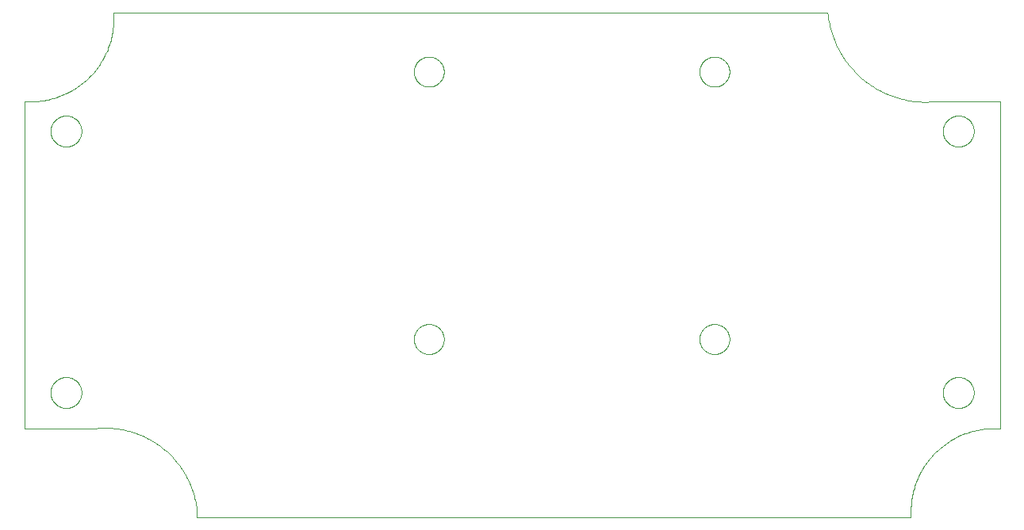
<source format=gko>
G75*
%MOIN*%
%OFA0B0*%
%FSLAX25Y25*%
%IPPOS*%
%LPD*%
%AMOC8*
5,1,8,0,0,1.08239X$1,22.5*
%
%ADD10C,0.00000*%
D10*
X0031787Y0071250D02*
X0032739Y0071330D01*
X0033693Y0071387D01*
X0034648Y0071421D01*
X0035603Y0071431D01*
X0036559Y0071418D01*
X0037513Y0071381D01*
X0038467Y0071321D01*
X0039419Y0071237D01*
X0040368Y0071130D01*
X0041315Y0071000D01*
X0042258Y0070846D01*
X0043197Y0070670D01*
X0044131Y0070470D01*
X0045061Y0070248D01*
X0045984Y0070003D01*
X0046901Y0069735D01*
X0047812Y0069445D01*
X0048715Y0069133D01*
X0049610Y0068798D01*
X0050496Y0068442D01*
X0051374Y0068064D01*
X0052242Y0067665D01*
X0053100Y0067244D01*
X0053947Y0066803D01*
X0054784Y0066341D01*
X0055608Y0065858D01*
X0056421Y0065356D01*
X0057221Y0064833D01*
X0058008Y0064291D01*
X0058781Y0063730D01*
X0059541Y0063150D01*
X0060286Y0062552D01*
X0061016Y0061936D01*
X0061730Y0061301D01*
X0062429Y0060650D01*
X0063112Y0059982D01*
X0063778Y0059297D01*
X0064427Y0058595D01*
X0065059Y0057878D01*
X0065673Y0057146D01*
X0066269Y0056399D01*
X0066846Y0055638D01*
X0067404Y0054863D01*
X0067944Y0054074D01*
X0068463Y0053272D01*
X0068963Y0052458D01*
X0069443Y0051631D01*
X0069902Y0050794D01*
X0070341Y0049945D01*
X0070758Y0049085D01*
X0071155Y0048216D01*
X0071530Y0047337D01*
X0071883Y0046449D01*
X0072215Y0045553D01*
X0072524Y0044649D01*
X0072811Y0043738D01*
X0073075Y0042820D01*
X0073317Y0041895D01*
X0073537Y0040965D01*
X0073733Y0040030D01*
X0073906Y0039090D01*
X0074056Y0038147D01*
X0074183Y0037200D01*
X0074287Y0036250D01*
X0074287Y0033750D01*
X0374287Y0033750D01*
X0374287Y0036250D01*
X0374297Y0037096D01*
X0374328Y0037941D01*
X0374379Y0038785D01*
X0374450Y0039628D01*
X0374542Y0040469D01*
X0374654Y0041307D01*
X0374787Y0042142D01*
X0374939Y0042974D01*
X0375112Y0043802D01*
X0375304Y0044626D01*
X0375516Y0045445D01*
X0375748Y0046258D01*
X0376000Y0047066D01*
X0376271Y0047867D01*
X0376561Y0048661D01*
X0376871Y0049448D01*
X0377199Y0050228D01*
X0377546Y0050999D01*
X0377912Y0051762D01*
X0378296Y0052515D01*
X0378698Y0053259D01*
X0379118Y0053994D01*
X0379556Y0054717D01*
X0380011Y0055430D01*
X0380483Y0056132D01*
X0380971Y0056822D01*
X0381477Y0057501D01*
X0381998Y0058166D01*
X0382536Y0058819D01*
X0383089Y0059459D01*
X0383658Y0060086D01*
X0384241Y0060698D01*
X0384839Y0061296D01*
X0385451Y0061879D01*
X0386078Y0062448D01*
X0386718Y0063001D01*
X0387371Y0063539D01*
X0388036Y0064060D01*
X0388715Y0064566D01*
X0389405Y0065054D01*
X0390107Y0065526D01*
X0390820Y0065981D01*
X0391543Y0066419D01*
X0392278Y0066839D01*
X0393022Y0067241D01*
X0393775Y0067625D01*
X0394538Y0067991D01*
X0395309Y0068338D01*
X0396089Y0068666D01*
X0396876Y0068976D01*
X0397670Y0069266D01*
X0398471Y0069537D01*
X0399279Y0069789D01*
X0400092Y0070021D01*
X0400911Y0070233D01*
X0401735Y0070425D01*
X0402563Y0070598D01*
X0403395Y0070750D01*
X0404230Y0070883D01*
X0405068Y0070995D01*
X0405909Y0071087D01*
X0406752Y0071158D01*
X0407596Y0071209D01*
X0408441Y0071240D01*
X0409287Y0071250D01*
X0411787Y0071250D01*
X0411787Y0208750D01*
X0384287Y0208750D01*
X0387791Y0196250D02*
X0387793Y0196411D01*
X0387799Y0196571D01*
X0387809Y0196732D01*
X0387823Y0196892D01*
X0387841Y0197051D01*
X0387862Y0197211D01*
X0387888Y0197369D01*
X0387918Y0197527D01*
X0387951Y0197684D01*
X0387989Y0197841D01*
X0388030Y0197996D01*
X0388075Y0198150D01*
X0388124Y0198303D01*
X0388177Y0198455D01*
X0388233Y0198605D01*
X0388293Y0198754D01*
X0388357Y0198902D01*
X0388424Y0199048D01*
X0388495Y0199192D01*
X0388570Y0199334D01*
X0388648Y0199475D01*
X0388729Y0199613D01*
X0388814Y0199750D01*
X0388903Y0199884D01*
X0388994Y0200016D01*
X0389089Y0200146D01*
X0389187Y0200273D01*
X0389288Y0200398D01*
X0389392Y0200521D01*
X0389499Y0200640D01*
X0389609Y0200757D01*
X0389722Y0200872D01*
X0389838Y0200983D01*
X0389956Y0201092D01*
X0390077Y0201197D01*
X0390201Y0201300D01*
X0390327Y0201400D01*
X0390456Y0201496D01*
X0390587Y0201589D01*
X0390720Y0201679D01*
X0390855Y0201766D01*
X0390993Y0201849D01*
X0391132Y0201928D01*
X0391274Y0202005D01*
X0391417Y0202078D01*
X0391562Y0202147D01*
X0391709Y0202212D01*
X0391857Y0202274D01*
X0392007Y0202333D01*
X0392158Y0202387D01*
X0392310Y0202438D01*
X0392464Y0202485D01*
X0392619Y0202528D01*
X0392774Y0202567D01*
X0392931Y0202603D01*
X0393089Y0202635D01*
X0393247Y0202662D01*
X0393406Y0202686D01*
X0393565Y0202706D01*
X0393725Y0202722D01*
X0393886Y0202734D01*
X0394046Y0202742D01*
X0394207Y0202746D01*
X0394367Y0202746D01*
X0394528Y0202742D01*
X0394688Y0202734D01*
X0394849Y0202722D01*
X0395009Y0202706D01*
X0395168Y0202686D01*
X0395327Y0202662D01*
X0395485Y0202635D01*
X0395643Y0202603D01*
X0395800Y0202567D01*
X0395955Y0202528D01*
X0396110Y0202485D01*
X0396264Y0202438D01*
X0396416Y0202387D01*
X0396567Y0202333D01*
X0396717Y0202274D01*
X0396865Y0202212D01*
X0397012Y0202147D01*
X0397157Y0202078D01*
X0397300Y0202005D01*
X0397442Y0201928D01*
X0397581Y0201849D01*
X0397719Y0201766D01*
X0397854Y0201679D01*
X0397987Y0201589D01*
X0398118Y0201496D01*
X0398247Y0201400D01*
X0398373Y0201300D01*
X0398497Y0201197D01*
X0398618Y0201092D01*
X0398736Y0200983D01*
X0398852Y0200872D01*
X0398965Y0200757D01*
X0399075Y0200640D01*
X0399182Y0200521D01*
X0399286Y0200398D01*
X0399387Y0200273D01*
X0399485Y0200146D01*
X0399580Y0200016D01*
X0399671Y0199884D01*
X0399760Y0199750D01*
X0399845Y0199613D01*
X0399926Y0199475D01*
X0400004Y0199334D01*
X0400079Y0199192D01*
X0400150Y0199048D01*
X0400217Y0198902D01*
X0400281Y0198754D01*
X0400341Y0198605D01*
X0400397Y0198455D01*
X0400450Y0198303D01*
X0400499Y0198150D01*
X0400544Y0197996D01*
X0400585Y0197841D01*
X0400623Y0197684D01*
X0400656Y0197527D01*
X0400686Y0197369D01*
X0400712Y0197211D01*
X0400733Y0197051D01*
X0400751Y0196892D01*
X0400765Y0196732D01*
X0400775Y0196571D01*
X0400781Y0196411D01*
X0400783Y0196250D01*
X0400781Y0196089D01*
X0400775Y0195929D01*
X0400765Y0195768D01*
X0400751Y0195608D01*
X0400733Y0195449D01*
X0400712Y0195289D01*
X0400686Y0195131D01*
X0400656Y0194973D01*
X0400623Y0194816D01*
X0400585Y0194659D01*
X0400544Y0194504D01*
X0400499Y0194350D01*
X0400450Y0194197D01*
X0400397Y0194045D01*
X0400341Y0193895D01*
X0400281Y0193746D01*
X0400217Y0193598D01*
X0400150Y0193452D01*
X0400079Y0193308D01*
X0400004Y0193166D01*
X0399926Y0193025D01*
X0399845Y0192887D01*
X0399760Y0192750D01*
X0399671Y0192616D01*
X0399580Y0192484D01*
X0399485Y0192354D01*
X0399387Y0192227D01*
X0399286Y0192102D01*
X0399182Y0191979D01*
X0399075Y0191860D01*
X0398965Y0191743D01*
X0398852Y0191628D01*
X0398736Y0191517D01*
X0398618Y0191408D01*
X0398497Y0191303D01*
X0398373Y0191200D01*
X0398247Y0191100D01*
X0398118Y0191004D01*
X0397987Y0190911D01*
X0397854Y0190821D01*
X0397719Y0190734D01*
X0397581Y0190651D01*
X0397442Y0190572D01*
X0397300Y0190495D01*
X0397157Y0190422D01*
X0397012Y0190353D01*
X0396865Y0190288D01*
X0396717Y0190226D01*
X0396567Y0190167D01*
X0396416Y0190113D01*
X0396264Y0190062D01*
X0396110Y0190015D01*
X0395955Y0189972D01*
X0395800Y0189933D01*
X0395643Y0189897D01*
X0395485Y0189865D01*
X0395327Y0189838D01*
X0395168Y0189814D01*
X0395009Y0189794D01*
X0394849Y0189778D01*
X0394688Y0189766D01*
X0394528Y0189758D01*
X0394367Y0189754D01*
X0394207Y0189754D01*
X0394046Y0189758D01*
X0393886Y0189766D01*
X0393725Y0189778D01*
X0393565Y0189794D01*
X0393406Y0189814D01*
X0393247Y0189838D01*
X0393089Y0189865D01*
X0392931Y0189897D01*
X0392774Y0189933D01*
X0392619Y0189972D01*
X0392464Y0190015D01*
X0392310Y0190062D01*
X0392158Y0190113D01*
X0392007Y0190167D01*
X0391857Y0190226D01*
X0391709Y0190288D01*
X0391562Y0190353D01*
X0391417Y0190422D01*
X0391274Y0190495D01*
X0391132Y0190572D01*
X0390993Y0190651D01*
X0390855Y0190734D01*
X0390720Y0190821D01*
X0390587Y0190911D01*
X0390456Y0191004D01*
X0390327Y0191100D01*
X0390201Y0191200D01*
X0390077Y0191303D01*
X0389956Y0191408D01*
X0389838Y0191517D01*
X0389722Y0191628D01*
X0389609Y0191743D01*
X0389499Y0191860D01*
X0389392Y0191979D01*
X0389288Y0192102D01*
X0389187Y0192227D01*
X0389089Y0192354D01*
X0388994Y0192484D01*
X0388903Y0192616D01*
X0388814Y0192750D01*
X0388729Y0192887D01*
X0388648Y0193025D01*
X0388570Y0193166D01*
X0388495Y0193308D01*
X0388424Y0193452D01*
X0388357Y0193598D01*
X0388293Y0193746D01*
X0388233Y0193895D01*
X0388177Y0194045D01*
X0388124Y0194197D01*
X0388075Y0194350D01*
X0388030Y0194504D01*
X0387989Y0194659D01*
X0387951Y0194816D01*
X0387918Y0194973D01*
X0387888Y0195131D01*
X0387862Y0195289D01*
X0387841Y0195449D01*
X0387823Y0195608D01*
X0387809Y0195768D01*
X0387799Y0195929D01*
X0387793Y0196089D01*
X0387791Y0196250D01*
X0384287Y0208750D02*
X0383289Y0208672D01*
X0382290Y0208617D01*
X0381289Y0208587D01*
X0380288Y0208581D01*
X0379288Y0208599D01*
X0378287Y0208641D01*
X0377289Y0208708D01*
X0376292Y0208798D01*
X0375298Y0208913D01*
X0374306Y0209051D01*
X0373319Y0209214D01*
X0372335Y0209400D01*
X0371357Y0209610D01*
X0370383Y0209844D01*
X0369416Y0210101D01*
X0368455Y0210381D01*
X0367501Y0210685D01*
X0366555Y0211011D01*
X0365617Y0211361D01*
X0364688Y0211732D01*
X0363768Y0212126D01*
X0362857Y0212543D01*
X0361957Y0212981D01*
X0361068Y0213441D01*
X0360191Y0213922D01*
X0359325Y0214424D01*
X0358471Y0214947D01*
X0357631Y0215490D01*
X0356804Y0216054D01*
X0355990Y0216637D01*
X0355191Y0217240D01*
X0354407Y0217862D01*
X0353638Y0218503D01*
X0352885Y0219162D01*
X0352148Y0219839D01*
X0351427Y0220534D01*
X0350724Y0221246D01*
X0350038Y0221975D01*
X0349369Y0222720D01*
X0348719Y0223481D01*
X0348088Y0224258D01*
X0347475Y0225049D01*
X0346882Y0225856D01*
X0346308Y0226676D01*
X0345755Y0227510D01*
X0345221Y0228357D01*
X0344709Y0229216D01*
X0344217Y0230088D01*
X0343746Y0230972D01*
X0343297Y0231866D01*
X0342870Y0232771D01*
X0342465Y0233687D01*
X0342082Y0234611D01*
X0341721Y0235545D01*
X0341383Y0236487D01*
X0341068Y0237437D01*
X0340776Y0238395D01*
X0340507Y0239359D01*
X0340262Y0240329D01*
X0340040Y0241305D01*
X0339842Y0242286D01*
X0339667Y0243272D01*
X0339516Y0244261D01*
X0339390Y0245254D01*
X0339287Y0246250D01*
X0039287Y0246250D01*
X0039287Y0243750D01*
X0039277Y0242904D01*
X0039246Y0242059D01*
X0039195Y0241215D01*
X0039124Y0240372D01*
X0039032Y0239531D01*
X0038920Y0238693D01*
X0038787Y0237858D01*
X0038635Y0237026D01*
X0038462Y0236198D01*
X0038270Y0235374D01*
X0038058Y0234555D01*
X0037826Y0233742D01*
X0037574Y0232934D01*
X0037303Y0232133D01*
X0037013Y0231339D01*
X0036703Y0230552D01*
X0036375Y0229772D01*
X0036028Y0229001D01*
X0035662Y0228238D01*
X0035278Y0227485D01*
X0034876Y0226741D01*
X0034456Y0226006D01*
X0034018Y0225283D01*
X0033563Y0224570D01*
X0033091Y0223868D01*
X0032603Y0223178D01*
X0032097Y0222499D01*
X0031576Y0221834D01*
X0031038Y0221181D01*
X0030485Y0220541D01*
X0029916Y0219914D01*
X0029333Y0219302D01*
X0028735Y0218704D01*
X0028123Y0218121D01*
X0027496Y0217552D01*
X0026856Y0216999D01*
X0026203Y0216461D01*
X0025538Y0215940D01*
X0024859Y0215434D01*
X0024169Y0214946D01*
X0023467Y0214474D01*
X0022754Y0214019D01*
X0022031Y0213581D01*
X0021296Y0213161D01*
X0020552Y0212759D01*
X0019799Y0212375D01*
X0019036Y0212009D01*
X0018265Y0211662D01*
X0017485Y0211334D01*
X0016698Y0211024D01*
X0015904Y0210734D01*
X0015103Y0210463D01*
X0014295Y0210211D01*
X0013482Y0209979D01*
X0012663Y0209767D01*
X0011839Y0209575D01*
X0011011Y0209402D01*
X0010179Y0209250D01*
X0009344Y0209117D01*
X0008506Y0209005D01*
X0007665Y0208913D01*
X0006822Y0208842D01*
X0005978Y0208791D01*
X0005133Y0208760D01*
X0004287Y0208750D01*
X0001787Y0208750D01*
X0001787Y0071250D01*
X0031787Y0071250D01*
X0012791Y0086250D02*
X0012793Y0086411D01*
X0012799Y0086571D01*
X0012809Y0086732D01*
X0012823Y0086892D01*
X0012841Y0087051D01*
X0012862Y0087211D01*
X0012888Y0087369D01*
X0012918Y0087527D01*
X0012951Y0087684D01*
X0012989Y0087841D01*
X0013030Y0087996D01*
X0013075Y0088150D01*
X0013124Y0088303D01*
X0013177Y0088455D01*
X0013233Y0088605D01*
X0013293Y0088754D01*
X0013357Y0088902D01*
X0013424Y0089048D01*
X0013495Y0089192D01*
X0013570Y0089334D01*
X0013648Y0089475D01*
X0013729Y0089613D01*
X0013814Y0089750D01*
X0013903Y0089884D01*
X0013994Y0090016D01*
X0014089Y0090146D01*
X0014187Y0090273D01*
X0014288Y0090398D01*
X0014392Y0090521D01*
X0014499Y0090640D01*
X0014609Y0090757D01*
X0014722Y0090872D01*
X0014838Y0090983D01*
X0014956Y0091092D01*
X0015077Y0091197D01*
X0015201Y0091300D01*
X0015327Y0091400D01*
X0015456Y0091496D01*
X0015587Y0091589D01*
X0015720Y0091679D01*
X0015855Y0091766D01*
X0015993Y0091849D01*
X0016132Y0091928D01*
X0016274Y0092005D01*
X0016417Y0092078D01*
X0016562Y0092147D01*
X0016709Y0092212D01*
X0016857Y0092274D01*
X0017007Y0092333D01*
X0017158Y0092387D01*
X0017310Y0092438D01*
X0017464Y0092485D01*
X0017619Y0092528D01*
X0017774Y0092567D01*
X0017931Y0092603D01*
X0018089Y0092635D01*
X0018247Y0092662D01*
X0018406Y0092686D01*
X0018565Y0092706D01*
X0018725Y0092722D01*
X0018886Y0092734D01*
X0019046Y0092742D01*
X0019207Y0092746D01*
X0019367Y0092746D01*
X0019528Y0092742D01*
X0019688Y0092734D01*
X0019849Y0092722D01*
X0020009Y0092706D01*
X0020168Y0092686D01*
X0020327Y0092662D01*
X0020485Y0092635D01*
X0020643Y0092603D01*
X0020800Y0092567D01*
X0020955Y0092528D01*
X0021110Y0092485D01*
X0021264Y0092438D01*
X0021416Y0092387D01*
X0021567Y0092333D01*
X0021717Y0092274D01*
X0021865Y0092212D01*
X0022012Y0092147D01*
X0022157Y0092078D01*
X0022300Y0092005D01*
X0022442Y0091928D01*
X0022581Y0091849D01*
X0022719Y0091766D01*
X0022854Y0091679D01*
X0022987Y0091589D01*
X0023118Y0091496D01*
X0023247Y0091400D01*
X0023373Y0091300D01*
X0023497Y0091197D01*
X0023618Y0091092D01*
X0023736Y0090983D01*
X0023852Y0090872D01*
X0023965Y0090757D01*
X0024075Y0090640D01*
X0024182Y0090521D01*
X0024286Y0090398D01*
X0024387Y0090273D01*
X0024485Y0090146D01*
X0024580Y0090016D01*
X0024671Y0089884D01*
X0024760Y0089750D01*
X0024845Y0089613D01*
X0024926Y0089475D01*
X0025004Y0089334D01*
X0025079Y0089192D01*
X0025150Y0089048D01*
X0025217Y0088902D01*
X0025281Y0088754D01*
X0025341Y0088605D01*
X0025397Y0088455D01*
X0025450Y0088303D01*
X0025499Y0088150D01*
X0025544Y0087996D01*
X0025585Y0087841D01*
X0025623Y0087684D01*
X0025656Y0087527D01*
X0025686Y0087369D01*
X0025712Y0087211D01*
X0025733Y0087051D01*
X0025751Y0086892D01*
X0025765Y0086732D01*
X0025775Y0086571D01*
X0025781Y0086411D01*
X0025783Y0086250D01*
X0025781Y0086089D01*
X0025775Y0085929D01*
X0025765Y0085768D01*
X0025751Y0085608D01*
X0025733Y0085449D01*
X0025712Y0085289D01*
X0025686Y0085131D01*
X0025656Y0084973D01*
X0025623Y0084816D01*
X0025585Y0084659D01*
X0025544Y0084504D01*
X0025499Y0084350D01*
X0025450Y0084197D01*
X0025397Y0084045D01*
X0025341Y0083895D01*
X0025281Y0083746D01*
X0025217Y0083598D01*
X0025150Y0083452D01*
X0025079Y0083308D01*
X0025004Y0083166D01*
X0024926Y0083025D01*
X0024845Y0082887D01*
X0024760Y0082750D01*
X0024671Y0082616D01*
X0024580Y0082484D01*
X0024485Y0082354D01*
X0024387Y0082227D01*
X0024286Y0082102D01*
X0024182Y0081979D01*
X0024075Y0081860D01*
X0023965Y0081743D01*
X0023852Y0081628D01*
X0023736Y0081517D01*
X0023618Y0081408D01*
X0023497Y0081303D01*
X0023373Y0081200D01*
X0023247Y0081100D01*
X0023118Y0081004D01*
X0022987Y0080911D01*
X0022854Y0080821D01*
X0022719Y0080734D01*
X0022581Y0080651D01*
X0022442Y0080572D01*
X0022300Y0080495D01*
X0022157Y0080422D01*
X0022012Y0080353D01*
X0021865Y0080288D01*
X0021717Y0080226D01*
X0021567Y0080167D01*
X0021416Y0080113D01*
X0021264Y0080062D01*
X0021110Y0080015D01*
X0020955Y0079972D01*
X0020800Y0079933D01*
X0020643Y0079897D01*
X0020485Y0079865D01*
X0020327Y0079838D01*
X0020168Y0079814D01*
X0020009Y0079794D01*
X0019849Y0079778D01*
X0019688Y0079766D01*
X0019528Y0079758D01*
X0019367Y0079754D01*
X0019207Y0079754D01*
X0019046Y0079758D01*
X0018886Y0079766D01*
X0018725Y0079778D01*
X0018565Y0079794D01*
X0018406Y0079814D01*
X0018247Y0079838D01*
X0018089Y0079865D01*
X0017931Y0079897D01*
X0017774Y0079933D01*
X0017619Y0079972D01*
X0017464Y0080015D01*
X0017310Y0080062D01*
X0017158Y0080113D01*
X0017007Y0080167D01*
X0016857Y0080226D01*
X0016709Y0080288D01*
X0016562Y0080353D01*
X0016417Y0080422D01*
X0016274Y0080495D01*
X0016132Y0080572D01*
X0015993Y0080651D01*
X0015855Y0080734D01*
X0015720Y0080821D01*
X0015587Y0080911D01*
X0015456Y0081004D01*
X0015327Y0081100D01*
X0015201Y0081200D01*
X0015077Y0081303D01*
X0014956Y0081408D01*
X0014838Y0081517D01*
X0014722Y0081628D01*
X0014609Y0081743D01*
X0014499Y0081860D01*
X0014392Y0081979D01*
X0014288Y0082102D01*
X0014187Y0082227D01*
X0014089Y0082354D01*
X0013994Y0082484D01*
X0013903Y0082616D01*
X0013814Y0082750D01*
X0013729Y0082887D01*
X0013648Y0083025D01*
X0013570Y0083166D01*
X0013495Y0083308D01*
X0013424Y0083452D01*
X0013357Y0083598D01*
X0013293Y0083746D01*
X0013233Y0083895D01*
X0013177Y0084045D01*
X0013124Y0084197D01*
X0013075Y0084350D01*
X0013030Y0084504D01*
X0012989Y0084659D01*
X0012951Y0084816D01*
X0012918Y0084973D01*
X0012888Y0085131D01*
X0012862Y0085289D01*
X0012841Y0085449D01*
X0012823Y0085608D01*
X0012809Y0085768D01*
X0012799Y0085929D01*
X0012793Y0086089D01*
X0012791Y0086250D01*
X0165488Y0108750D02*
X0165490Y0108908D01*
X0165496Y0109066D01*
X0165506Y0109224D01*
X0165520Y0109382D01*
X0165538Y0109539D01*
X0165559Y0109696D01*
X0165585Y0109852D01*
X0165615Y0110008D01*
X0165648Y0110163D01*
X0165686Y0110316D01*
X0165727Y0110469D01*
X0165772Y0110621D01*
X0165821Y0110772D01*
X0165874Y0110921D01*
X0165930Y0111069D01*
X0165990Y0111215D01*
X0166054Y0111360D01*
X0166122Y0111503D01*
X0166193Y0111645D01*
X0166267Y0111785D01*
X0166345Y0111922D01*
X0166427Y0112058D01*
X0166511Y0112192D01*
X0166600Y0112323D01*
X0166691Y0112452D01*
X0166786Y0112579D01*
X0166883Y0112704D01*
X0166984Y0112826D01*
X0167088Y0112945D01*
X0167195Y0113062D01*
X0167305Y0113176D01*
X0167418Y0113287D01*
X0167533Y0113396D01*
X0167651Y0113501D01*
X0167772Y0113603D01*
X0167895Y0113703D01*
X0168021Y0113799D01*
X0168149Y0113892D01*
X0168279Y0113982D01*
X0168412Y0114068D01*
X0168547Y0114152D01*
X0168683Y0114231D01*
X0168822Y0114308D01*
X0168963Y0114380D01*
X0169105Y0114450D01*
X0169249Y0114515D01*
X0169395Y0114577D01*
X0169542Y0114635D01*
X0169691Y0114690D01*
X0169841Y0114741D01*
X0169992Y0114788D01*
X0170144Y0114831D01*
X0170297Y0114870D01*
X0170452Y0114906D01*
X0170607Y0114937D01*
X0170763Y0114965D01*
X0170919Y0114989D01*
X0171076Y0115009D01*
X0171234Y0115025D01*
X0171391Y0115037D01*
X0171550Y0115045D01*
X0171708Y0115049D01*
X0171866Y0115049D01*
X0172024Y0115045D01*
X0172183Y0115037D01*
X0172340Y0115025D01*
X0172498Y0115009D01*
X0172655Y0114989D01*
X0172811Y0114965D01*
X0172967Y0114937D01*
X0173122Y0114906D01*
X0173277Y0114870D01*
X0173430Y0114831D01*
X0173582Y0114788D01*
X0173733Y0114741D01*
X0173883Y0114690D01*
X0174032Y0114635D01*
X0174179Y0114577D01*
X0174325Y0114515D01*
X0174469Y0114450D01*
X0174611Y0114380D01*
X0174752Y0114308D01*
X0174891Y0114231D01*
X0175027Y0114152D01*
X0175162Y0114068D01*
X0175295Y0113982D01*
X0175425Y0113892D01*
X0175553Y0113799D01*
X0175679Y0113703D01*
X0175802Y0113603D01*
X0175923Y0113501D01*
X0176041Y0113396D01*
X0176156Y0113287D01*
X0176269Y0113176D01*
X0176379Y0113062D01*
X0176486Y0112945D01*
X0176590Y0112826D01*
X0176691Y0112704D01*
X0176788Y0112579D01*
X0176883Y0112452D01*
X0176974Y0112323D01*
X0177063Y0112192D01*
X0177147Y0112058D01*
X0177229Y0111922D01*
X0177307Y0111785D01*
X0177381Y0111645D01*
X0177452Y0111503D01*
X0177520Y0111360D01*
X0177584Y0111215D01*
X0177644Y0111069D01*
X0177700Y0110921D01*
X0177753Y0110772D01*
X0177802Y0110621D01*
X0177847Y0110469D01*
X0177888Y0110316D01*
X0177926Y0110163D01*
X0177959Y0110008D01*
X0177989Y0109852D01*
X0178015Y0109696D01*
X0178036Y0109539D01*
X0178054Y0109382D01*
X0178068Y0109224D01*
X0178078Y0109066D01*
X0178084Y0108908D01*
X0178086Y0108750D01*
X0178084Y0108592D01*
X0178078Y0108434D01*
X0178068Y0108276D01*
X0178054Y0108118D01*
X0178036Y0107961D01*
X0178015Y0107804D01*
X0177989Y0107648D01*
X0177959Y0107492D01*
X0177926Y0107337D01*
X0177888Y0107184D01*
X0177847Y0107031D01*
X0177802Y0106879D01*
X0177753Y0106728D01*
X0177700Y0106579D01*
X0177644Y0106431D01*
X0177584Y0106285D01*
X0177520Y0106140D01*
X0177452Y0105997D01*
X0177381Y0105855D01*
X0177307Y0105715D01*
X0177229Y0105578D01*
X0177147Y0105442D01*
X0177063Y0105308D01*
X0176974Y0105177D01*
X0176883Y0105048D01*
X0176788Y0104921D01*
X0176691Y0104796D01*
X0176590Y0104674D01*
X0176486Y0104555D01*
X0176379Y0104438D01*
X0176269Y0104324D01*
X0176156Y0104213D01*
X0176041Y0104104D01*
X0175923Y0103999D01*
X0175802Y0103897D01*
X0175679Y0103797D01*
X0175553Y0103701D01*
X0175425Y0103608D01*
X0175295Y0103518D01*
X0175162Y0103432D01*
X0175027Y0103348D01*
X0174891Y0103269D01*
X0174752Y0103192D01*
X0174611Y0103120D01*
X0174469Y0103050D01*
X0174325Y0102985D01*
X0174179Y0102923D01*
X0174032Y0102865D01*
X0173883Y0102810D01*
X0173733Y0102759D01*
X0173582Y0102712D01*
X0173430Y0102669D01*
X0173277Y0102630D01*
X0173122Y0102594D01*
X0172967Y0102563D01*
X0172811Y0102535D01*
X0172655Y0102511D01*
X0172498Y0102491D01*
X0172340Y0102475D01*
X0172183Y0102463D01*
X0172024Y0102455D01*
X0171866Y0102451D01*
X0171708Y0102451D01*
X0171550Y0102455D01*
X0171391Y0102463D01*
X0171234Y0102475D01*
X0171076Y0102491D01*
X0170919Y0102511D01*
X0170763Y0102535D01*
X0170607Y0102563D01*
X0170452Y0102594D01*
X0170297Y0102630D01*
X0170144Y0102669D01*
X0169992Y0102712D01*
X0169841Y0102759D01*
X0169691Y0102810D01*
X0169542Y0102865D01*
X0169395Y0102923D01*
X0169249Y0102985D01*
X0169105Y0103050D01*
X0168963Y0103120D01*
X0168822Y0103192D01*
X0168683Y0103269D01*
X0168547Y0103348D01*
X0168412Y0103432D01*
X0168279Y0103518D01*
X0168149Y0103608D01*
X0168021Y0103701D01*
X0167895Y0103797D01*
X0167772Y0103897D01*
X0167651Y0103999D01*
X0167533Y0104104D01*
X0167418Y0104213D01*
X0167305Y0104324D01*
X0167195Y0104438D01*
X0167088Y0104555D01*
X0166984Y0104674D01*
X0166883Y0104796D01*
X0166786Y0104921D01*
X0166691Y0105048D01*
X0166600Y0105177D01*
X0166511Y0105308D01*
X0166427Y0105442D01*
X0166345Y0105578D01*
X0166267Y0105715D01*
X0166193Y0105855D01*
X0166122Y0105997D01*
X0166054Y0106140D01*
X0165990Y0106285D01*
X0165930Y0106431D01*
X0165874Y0106579D01*
X0165821Y0106728D01*
X0165772Y0106879D01*
X0165727Y0107031D01*
X0165686Y0107184D01*
X0165648Y0107337D01*
X0165615Y0107492D01*
X0165585Y0107648D01*
X0165559Y0107804D01*
X0165538Y0107961D01*
X0165520Y0108118D01*
X0165506Y0108276D01*
X0165496Y0108434D01*
X0165490Y0108592D01*
X0165488Y0108750D01*
X0285488Y0108750D02*
X0285490Y0108908D01*
X0285496Y0109066D01*
X0285506Y0109224D01*
X0285520Y0109382D01*
X0285538Y0109539D01*
X0285559Y0109696D01*
X0285585Y0109852D01*
X0285615Y0110008D01*
X0285648Y0110163D01*
X0285686Y0110316D01*
X0285727Y0110469D01*
X0285772Y0110621D01*
X0285821Y0110772D01*
X0285874Y0110921D01*
X0285930Y0111069D01*
X0285990Y0111215D01*
X0286054Y0111360D01*
X0286122Y0111503D01*
X0286193Y0111645D01*
X0286267Y0111785D01*
X0286345Y0111922D01*
X0286427Y0112058D01*
X0286511Y0112192D01*
X0286600Y0112323D01*
X0286691Y0112452D01*
X0286786Y0112579D01*
X0286883Y0112704D01*
X0286984Y0112826D01*
X0287088Y0112945D01*
X0287195Y0113062D01*
X0287305Y0113176D01*
X0287418Y0113287D01*
X0287533Y0113396D01*
X0287651Y0113501D01*
X0287772Y0113603D01*
X0287895Y0113703D01*
X0288021Y0113799D01*
X0288149Y0113892D01*
X0288279Y0113982D01*
X0288412Y0114068D01*
X0288547Y0114152D01*
X0288683Y0114231D01*
X0288822Y0114308D01*
X0288963Y0114380D01*
X0289105Y0114450D01*
X0289249Y0114515D01*
X0289395Y0114577D01*
X0289542Y0114635D01*
X0289691Y0114690D01*
X0289841Y0114741D01*
X0289992Y0114788D01*
X0290144Y0114831D01*
X0290297Y0114870D01*
X0290452Y0114906D01*
X0290607Y0114937D01*
X0290763Y0114965D01*
X0290919Y0114989D01*
X0291076Y0115009D01*
X0291234Y0115025D01*
X0291391Y0115037D01*
X0291550Y0115045D01*
X0291708Y0115049D01*
X0291866Y0115049D01*
X0292024Y0115045D01*
X0292183Y0115037D01*
X0292340Y0115025D01*
X0292498Y0115009D01*
X0292655Y0114989D01*
X0292811Y0114965D01*
X0292967Y0114937D01*
X0293122Y0114906D01*
X0293277Y0114870D01*
X0293430Y0114831D01*
X0293582Y0114788D01*
X0293733Y0114741D01*
X0293883Y0114690D01*
X0294032Y0114635D01*
X0294179Y0114577D01*
X0294325Y0114515D01*
X0294469Y0114450D01*
X0294611Y0114380D01*
X0294752Y0114308D01*
X0294891Y0114231D01*
X0295027Y0114152D01*
X0295162Y0114068D01*
X0295295Y0113982D01*
X0295425Y0113892D01*
X0295553Y0113799D01*
X0295679Y0113703D01*
X0295802Y0113603D01*
X0295923Y0113501D01*
X0296041Y0113396D01*
X0296156Y0113287D01*
X0296269Y0113176D01*
X0296379Y0113062D01*
X0296486Y0112945D01*
X0296590Y0112826D01*
X0296691Y0112704D01*
X0296788Y0112579D01*
X0296883Y0112452D01*
X0296974Y0112323D01*
X0297063Y0112192D01*
X0297147Y0112058D01*
X0297229Y0111922D01*
X0297307Y0111785D01*
X0297381Y0111645D01*
X0297452Y0111503D01*
X0297520Y0111360D01*
X0297584Y0111215D01*
X0297644Y0111069D01*
X0297700Y0110921D01*
X0297753Y0110772D01*
X0297802Y0110621D01*
X0297847Y0110469D01*
X0297888Y0110316D01*
X0297926Y0110163D01*
X0297959Y0110008D01*
X0297989Y0109852D01*
X0298015Y0109696D01*
X0298036Y0109539D01*
X0298054Y0109382D01*
X0298068Y0109224D01*
X0298078Y0109066D01*
X0298084Y0108908D01*
X0298086Y0108750D01*
X0298084Y0108592D01*
X0298078Y0108434D01*
X0298068Y0108276D01*
X0298054Y0108118D01*
X0298036Y0107961D01*
X0298015Y0107804D01*
X0297989Y0107648D01*
X0297959Y0107492D01*
X0297926Y0107337D01*
X0297888Y0107184D01*
X0297847Y0107031D01*
X0297802Y0106879D01*
X0297753Y0106728D01*
X0297700Y0106579D01*
X0297644Y0106431D01*
X0297584Y0106285D01*
X0297520Y0106140D01*
X0297452Y0105997D01*
X0297381Y0105855D01*
X0297307Y0105715D01*
X0297229Y0105578D01*
X0297147Y0105442D01*
X0297063Y0105308D01*
X0296974Y0105177D01*
X0296883Y0105048D01*
X0296788Y0104921D01*
X0296691Y0104796D01*
X0296590Y0104674D01*
X0296486Y0104555D01*
X0296379Y0104438D01*
X0296269Y0104324D01*
X0296156Y0104213D01*
X0296041Y0104104D01*
X0295923Y0103999D01*
X0295802Y0103897D01*
X0295679Y0103797D01*
X0295553Y0103701D01*
X0295425Y0103608D01*
X0295295Y0103518D01*
X0295162Y0103432D01*
X0295027Y0103348D01*
X0294891Y0103269D01*
X0294752Y0103192D01*
X0294611Y0103120D01*
X0294469Y0103050D01*
X0294325Y0102985D01*
X0294179Y0102923D01*
X0294032Y0102865D01*
X0293883Y0102810D01*
X0293733Y0102759D01*
X0293582Y0102712D01*
X0293430Y0102669D01*
X0293277Y0102630D01*
X0293122Y0102594D01*
X0292967Y0102563D01*
X0292811Y0102535D01*
X0292655Y0102511D01*
X0292498Y0102491D01*
X0292340Y0102475D01*
X0292183Y0102463D01*
X0292024Y0102455D01*
X0291866Y0102451D01*
X0291708Y0102451D01*
X0291550Y0102455D01*
X0291391Y0102463D01*
X0291234Y0102475D01*
X0291076Y0102491D01*
X0290919Y0102511D01*
X0290763Y0102535D01*
X0290607Y0102563D01*
X0290452Y0102594D01*
X0290297Y0102630D01*
X0290144Y0102669D01*
X0289992Y0102712D01*
X0289841Y0102759D01*
X0289691Y0102810D01*
X0289542Y0102865D01*
X0289395Y0102923D01*
X0289249Y0102985D01*
X0289105Y0103050D01*
X0288963Y0103120D01*
X0288822Y0103192D01*
X0288683Y0103269D01*
X0288547Y0103348D01*
X0288412Y0103432D01*
X0288279Y0103518D01*
X0288149Y0103608D01*
X0288021Y0103701D01*
X0287895Y0103797D01*
X0287772Y0103897D01*
X0287651Y0103999D01*
X0287533Y0104104D01*
X0287418Y0104213D01*
X0287305Y0104324D01*
X0287195Y0104438D01*
X0287088Y0104555D01*
X0286984Y0104674D01*
X0286883Y0104796D01*
X0286786Y0104921D01*
X0286691Y0105048D01*
X0286600Y0105177D01*
X0286511Y0105308D01*
X0286427Y0105442D01*
X0286345Y0105578D01*
X0286267Y0105715D01*
X0286193Y0105855D01*
X0286122Y0105997D01*
X0286054Y0106140D01*
X0285990Y0106285D01*
X0285930Y0106431D01*
X0285874Y0106579D01*
X0285821Y0106728D01*
X0285772Y0106879D01*
X0285727Y0107031D01*
X0285686Y0107184D01*
X0285648Y0107337D01*
X0285615Y0107492D01*
X0285585Y0107648D01*
X0285559Y0107804D01*
X0285538Y0107961D01*
X0285520Y0108118D01*
X0285506Y0108276D01*
X0285496Y0108434D01*
X0285490Y0108592D01*
X0285488Y0108750D01*
X0387791Y0086250D02*
X0387793Y0086411D01*
X0387799Y0086571D01*
X0387809Y0086732D01*
X0387823Y0086892D01*
X0387841Y0087051D01*
X0387862Y0087211D01*
X0387888Y0087369D01*
X0387918Y0087527D01*
X0387951Y0087684D01*
X0387989Y0087841D01*
X0388030Y0087996D01*
X0388075Y0088150D01*
X0388124Y0088303D01*
X0388177Y0088455D01*
X0388233Y0088605D01*
X0388293Y0088754D01*
X0388357Y0088902D01*
X0388424Y0089048D01*
X0388495Y0089192D01*
X0388570Y0089334D01*
X0388648Y0089475D01*
X0388729Y0089613D01*
X0388814Y0089750D01*
X0388903Y0089884D01*
X0388994Y0090016D01*
X0389089Y0090146D01*
X0389187Y0090273D01*
X0389288Y0090398D01*
X0389392Y0090521D01*
X0389499Y0090640D01*
X0389609Y0090757D01*
X0389722Y0090872D01*
X0389838Y0090983D01*
X0389956Y0091092D01*
X0390077Y0091197D01*
X0390201Y0091300D01*
X0390327Y0091400D01*
X0390456Y0091496D01*
X0390587Y0091589D01*
X0390720Y0091679D01*
X0390855Y0091766D01*
X0390993Y0091849D01*
X0391132Y0091928D01*
X0391274Y0092005D01*
X0391417Y0092078D01*
X0391562Y0092147D01*
X0391709Y0092212D01*
X0391857Y0092274D01*
X0392007Y0092333D01*
X0392158Y0092387D01*
X0392310Y0092438D01*
X0392464Y0092485D01*
X0392619Y0092528D01*
X0392774Y0092567D01*
X0392931Y0092603D01*
X0393089Y0092635D01*
X0393247Y0092662D01*
X0393406Y0092686D01*
X0393565Y0092706D01*
X0393725Y0092722D01*
X0393886Y0092734D01*
X0394046Y0092742D01*
X0394207Y0092746D01*
X0394367Y0092746D01*
X0394528Y0092742D01*
X0394688Y0092734D01*
X0394849Y0092722D01*
X0395009Y0092706D01*
X0395168Y0092686D01*
X0395327Y0092662D01*
X0395485Y0092635D01*
X0395643Y0092603D01*
X0395800Y0092567D01*
X0395955Y0092528D01*
X0396110Y0092485D01*
X0396264Y0092438D01*
X0396416Y0092387D01*
X0396567Y0092333D01*
X0396717Y0092274D01*
X0396865Y0092212D01*
X0397012Y0092147D01*
X0397157Y0092078D01*
X0397300Y0092005D01*
X0397442Y0091928D01*
X0397581Y0091849D01*
X0397719Y0091766D01*
X0397854Y0091679D01*
X0397987Y0091589D01*
X0398118Y0091496D01*
X0398247Y0091400D01*
X0398373Y0091300D01*
X0398497Y0091197D01*
X0398618Y0091092D01*
X0398736Y0090983D01*
X0398852Y0090872D01*
X0398965Y0090757D01*
X0399075Y0090640D01*
X0399182Y0090521D01*
X0399286Y0090398D01*
X0399387Y0090273D01*
X0399485Y0090146D01*
X0399580Y0090016D01*
X0399671Y0089884D01*
X0399760Y0089750D01*
X0399845Y0089613D01*
X0399926Y0089475D01*
X0400004Y0089334D01*
X0400079Y0089192D01*
X0400150Y0089048D01*
X0400217Y0088902D01*
X0400281Y0088754D01*
X0400341Y0088605D01*
X0400397Y0088455D01*
X0400450Y0088303D01*
X0400499Y0088150D01*
X0400544Y0087996D01*
X0400585Y0087841D01*
X0400623Y0087684D01*
X0400656Y0087527D01*
X0400686Y0087369D01*
X0400712Y0087211D01*
X0400733Y0087051D01*
X0400751Y0086892D01*
X0400765Y0086732D01*
X0400775Y0086571D01*
X0400781Y0086411D01*
X0400783Y0086250D01*
X0400781Y0086089D01*
X0400775Y0085929D01*
X0400765Y0085768D01*
X0400751Y0085608D01*
X0400733Y0085449D01*
X0400712Y0085289D01*
X0400686Y0085131D01*
X0400656Y0084973D01*
X0400623Y0084816D01*
X0400585Y0084659D01*
X0400544Y0084504D01*
X0400499Y0084350D01*
X0400450Y0084197D01*
X0400397Y0084045D01*
X0400341Y0083895D01*
X0400281Y0083746D01*
X0400217Y0083598D01*
X0400150Y0083452D01*
X0400079Y0083308D01*
X0400004Y0083166D01*
X0399926Y0083025D01*
X0399845Y0082887D01*
X0399760Y0082750D01*
X0399671Y0082616D01*
X0399580Y0082484D01*
X0399485Y0082354D01*
X0399387Y0082227D01*
X0399286Y0082102D01*
X0399182Y0081979D01*
X0399075Y0081860D01*
X0398965Y0081743D01*
X0398852Y0081628D01*
X0398736Y0081517D01*
X0398618Y0081408D01*
X0398497Y0081303D01*
X0398373Y0081200D01*
X0398247Y0081100D01*
X0398118Y0081004D01*
X0397987Y0080911D01*
X0397854Y0080821D01*
X0397719Y0080734D01*
X0397581Y0080651D01*
X0397442Y0080572D01*
X0397300Y0080495D01*
X0397157Y0080422D01*
X0397012Y0080353D01*
X0396865Y0080288D01*
X0396717Y0080226D01*
X0396567Y0080167D01*
X0396416Y0080113D01*
X0396264Y0080062D01*
X0396110Y0080015D01*
X0395955Y0079972D01*
X0395800Y0079933D01*
X0395643Y0079897D01*
X0395485Y0079865D01*
X0395327Y0079838D01*
X0395168Y0079814D01*
X0395009Y0079794D01*
X0394849Y0079778D01*
X0394688Y0079766D01*
X0394528Y0079758D01*
X0394367Y0079754D01*
X0394207Y0079754D01*
X0394046Y0079758D01*
X0393886Y0079766D01*
X0393725Y0079778D01*
X0393565Y0079794D01*
X0393406Y0079814D01*
X0393247Y0079838D01*
X0393089Y0079865D01*
X0392931Y0079897D01*
X0392774Y0079933D01*
X0392619Y0079972D01*
X0392464Y0080015D01*
X0392310Y0080062D01*
X0392158Y0080113D01*
X0392007Y0080167D01*
X0391857Y0080226D01*
X0391709Y0080288D01*
X0391562Y0080353D01*
X0391417Y0080422D01*
X0391274Y0080495D01*
X0391132Y0080572D01*
X0390993Y0080651D01*
X0390855Y0080734D01*
X0390720Y0080821D01*
X0390587Y0080911D01*
X0390456Y0081004D01*
X0390327Y0081100D01*
X0390201Y0081200D01*
X0390077Y0081303D01*
X0389956Y0081408D01*
X0389838Y0081517D01*
X0389722Y0081628D01*
X0389609Y0081743D01*
X0389499Y0081860D01*
X0389392Y0081979D01*
X0389288Y0082102D01*
X0389187Y0082227D01*
X0389089Y0082354D01*
X0388994Y0082484D01*
X0388903Y0082616D01*
X0388814Y0082750D01*
X0388729Y0082887D01*
X0388648Y0083025D01*
X0388570Y0083166D01*
X0388495Y0083308D01*
X0388424Y0083452D01*
X0388357Y0083598D01*
X0388293Y0083746D01*
X0388233Y0083895D01*
X0388177Y0084045D01*
X0388124Y0084197D01*
X0388075Y0084350D01*
X0388030Y0084504D01*
X0387989Y0084659D01*
X0387951Y0084816D01*
X0387918Y0084973D01*
X0387888Y0085131D01*
X0387862Y0085289D01*
X0387841Y0085449D01*
X0387823Y0085608D01*
X0387809Y0085768D01*
X0387799Y0085929D01*
X0387793Y0086089D01*
X0387791Y0086250D01*
X0285488Y0221250D02*
X0285490Y0221408D01*
X0285496Y0221566D01*
X0285506Y0221724D01*
X0285520Y0221882D01*
X0285538Y0222039D01*
X0285559Y0222196D01*
X0285585Y0222352D01*
X0285615Y0222508D01*
X0285648Y0222663D01*
X0285686Y0222816D01*
X0285727Y0222969D01*
X0285772Y0223121D01*
X0285821Y0223272D01*
X0285874Y0223421D01*
X0285930Y0223569D01*
X0285990Y0223715D01*
X0286054Y0223860D01*
X0286122Y0224003D01*
X0286193Y0224145D01*
X0286267Y0224285D01*
X0286345Y0224422D01*
X0286427Y0224558D01*
X0286511Y0224692D01*
X0286600Y0224823D01*
X0286691Y0224952D01*
X0286786Y0225079D01*
X0286883Y0225204D01*
X0286984Y0225326D01*
X0287088Y0225445D01*
X0287195Y0225562D01*
X0287305Y0225676D01*
X0287418Y0225787D01*
X0287533Y0225896D01*
X0287651Y0226001D01*
X0287772Y0226103D01*
X0287895Y0226203D01*
X0288021Y0226299D01*
X0288149Y0226392D01*
X0288279Y0226482D01*
X0288412Y0226568D01*
X0288547Y0226652D01*
X0288683Y0226731D01*
X0288822Y0226808D01*
X0288963Y0226880D01*
X0289105Y0226950D01*
X0289249Y0227015D01*
X0289395Y0227077D01*
X0289542Y0227135D01*
X0289691Y0227190D01*
X0289841Y0227241D01*
X0289992Y0227288D01*
X0290144Y0227331D01*
X0290297Y0227370D01*
X0290452Y0227406D01*
X0290607Y0227437D01*
X0290763Y0227465D01*
X0290919Y0227489D01*
X0291076Y0227509D01*
X0291234Y0227525D01*
X0291391Y0227537D01*
X0291550Y0227545D01*
X0291708Y0227549D01*
X0291866Y0227549D01*
X0292024Y0227545D01*
X0292183Y0227537D01*
X0292340Y0227525D01*
X0292498Y0227509D01*
X0292655Y0227489D01*
X0292811Y0227465D01*
X0292967Y0227437D01*
X0293122Y0227406D01*
X0293277Y0227370D01*
X0293430Y0227331D01*
X0293582Y0227288D01*
X0293733Y0227241D01*
X0293883Y0227190D01*
X0294032Y0227135D01*
X0294179Y0227077D01*
X0294325Y0227015D01*
X0294469Y0226950D01*
X0294611Y0226880D01*
X0294752Y0226808D01*
X0294891Y0226731D01*
X0295027Y0226652D01*
X0295162Y0226568D01*
X0295295Y0226482D01*
X0295425Y0226392D01*
X0295553Y0226299D01*
X0295679Y0226203D01*
X0295802Y0226103D01*
X0295923Y0226001D01*
X0296041Y0225896D01*
X0296156Y0225787D01*
X0296269Y0225676D01*
X0296379Y0225562D01*
X0296486Y0225445D01*
X0296590Y0225326D01*
X0296691Y0225204D01*
X0296788Y0225079D01*
X0296883Y0224952D01*
X0296974Y0224823D01*
X0297063Y0224692D01*
X0297147Y0224558D01*
X0297229Y0224422D01*
X0297307Y0224285D01*
X0297381Y0224145D01*
X0297452Y0224003D01*
X0297520Y0223860D01*
X0297584Y0223715D01*
X0297644Y0223569D01*
X0297700Y0223421D01*
X0297753Y0223272D01*
X0297802Y0223121D01*
X0297847Y0222969D01*
X0297888Y0222816D01*
X0297926Y0222663D01*
X0297959Y0222508D01*
X0297989Y0222352D01*
X0298015Y0222196D01*
X0298036Y0222039D01*
X0298054Y0221882D01*
X0298068Y0221724D01*
X0298078Y0221566D01*
X0298084Y0221408D01*
X0298086Y0221250D01*
X0298084Y0221092D01*
X0298078Y0220934D01*
X0298068Y0220776D01*
X0298054Y0220618D01*
X0298036Y0220461D01*
X0298015Y0220304D01*
X0297989Y0220148D01*
X0297959Y0219992D01*
X0297926Y0219837D01*
X0297888Y0219684D01*
X0297847Y0219531D01*
X0297802Y0219379D01*
X0297753Y0219228D01*
X0297700Y0219079D01*
X0297644Y0218931D01*
X0297584Y0218785D01*
X0297520Y0218640D01*
X0297452Y0218497D01*
X0297381Y0218355D01*
X0297307Y0218215D01*
X0297229Y0218078D01*
X0297147Y0217942D01*
X0297063Y0217808D01*
X0296974Y0217677D01*
X0296883Y0217548D01*
X0296788Y0217421D01*
X0296691Y0217296D01*
X0296590Y0217174D01*
X0296486Y0217055D01*
X0296379Y0216938D01*
X0296269Y0216824D01*
X0296156Y0216713D01*
X0296041Y0216604D01*
X0295923Y0216499D01*
X0295802Y0216397D01*
X0295679Y0216297D01*
X0295553Y0216201D01*
X0295425Y0216108D01*
X0295295Y0216018D01*
X0295162Y0215932D01*
X0295027Y0215848D01*
X0294891Y0215769D01*
X0294752Y0215692D01*
X0294611Y0215620D01*
X0294469Y0215550D01*
X0294325Y0215485D01*
X0294179Y0215423D01*
X0294032Y0215365D01*
X0293883Y0215310D01*
X0293733Y0215259D01*
X0293582Y0215212D01*
X0293430Y0215169D01*
X0293277Y0215130D01*
X0293122Y0215094D01*
X0292967Y0215063D01*
X0292811Y0215035D01*
X0292655Y0215011D01*
X0292498Y0214991D01*
X0292340Y0214975D01*
X0292183Y0214963D01*
X0292024Y0214955D01*
X0291866Y0214951D01*
X0291708Y0214951D01*
X0291550Y0214955D01*
X0291391Y0214963D01*
X0291234Y0214975D01*
X0291076Y0214991D01*
X0290919Y0215011D01*
X0290763Y0215035D01*
X0290607Y0215063D01*
X0290452Y0215094D01*
X0290297Y0215130D01*
X0290144Y0215169D01*
X0289992Y0215212D01*
X0289841Y0215259D01*
X0289691Y0215310D01*
X0289542Y0215365D01*
X0289395Y0215423D01*
X0289249Y0215485D01*
X0289105Y0215550D01*
X0288963Y0215620D01*
X0288822Y0215692D01*
X0288683Y0215769D01*
X0288547Y0215848D01*
X0288412Y0215932D01*
X0288279Y0216018D01*
X0288149Y0216108D01*
X0288021Y0216201D01*
X0287895Y0216297D01*
X0287772Y0216397D01*
X0287651Y0216499D01*
X0287533Y0216604D01*
X0287418Y0216713D01*
X0287305Y0216824D01*
X0287195Y0216938D01*
X0287088Y0217055D01*
X0286984Y0217174D01*
X0286883Y0217296D01*
X0286786Y0217421D01*
X0286691Y0217548D01*
X0286600Y0217677D01*
X0286511Y0217808D01*
X0286427Y0217942D01*
X0286345Y0218078D01*
X0286267Y0218215D01*
X0286193Y0218355D01*
X0286122Y0218497D01*
X0286054Y0218640D01*
X0285990Y0218785D01*
X0285930Y0218931D01*
X0285874Y0219079D01*
X0285821Y0219228D01*
X0285772Y0219379D01*
X0285727Y0219531D01*
X0285686Y0219684D01*
X0285648Y0219837D01*
X0285615Y0219992D01*
X0285585Y0220148D01*
X0285559Y0220304D01*
X0285538Y0220461D01*
X0285520Y0220618D01*
X0285506Y0220776D01*
X0285496Y0220934D01*
X0285490Y0221092D01*
X0285488Y0221250D01*
X0165488Y0221250D02*
X0165490Y0221408D01*
X0165496Y0221566D01*
X0165506Y0221724D01*
X0165520Y0221882D01*
X0165538Y0222039D01*
X0165559Y0222196D01*
X0165585Y0222352D01*
X0165615Y0222508D01*
X0165648Y0222663D01*
X0165686Y0222816D01*
X0165727Y0222969D01*
X0165772Y0223121D01*
X0165821Y0223272D01*
X0165874Y0223421D01*
X0165930Y0223569D01*
X0165990Y0223715D01*
X0166054Y0223860D01*
X0166122Y0224003D01*
X0166193Y0224145D01*
X0166267Y0224285D01*
X0166345Y0224422D01*
X0166427Y0224558D01*
X0166511Y0224692D01*
X0166600Y0224823D01*
X0166691Y0224952D01*
X0166786Y0225079D01*
X0166883Y0225204D01*
X0166984Y0225326D01*
X0167088Y0225445D01*
X0167195Y0225562D01*
X0167305Y0225676D01*
X0167418Y0225787D01*
X0167533Y0225896D01*
X0167651Y0226001D01*
X0167772Y0226103D01*
X0167895Y0226203D01*
X0168021Y0226299D01*
X0168149Y0226392D01*
X0168279Y0226482D01*
X0168412Y0226568D01*
X0168547Y0226652D01*
X0168683Y0226731D01*
X0168822Y0226808D01*
X0168963Y0226880D01*
X0169105Y0226950D01*
X0169249Y0227015D01*
X0169395Y0227077D01*
X0169542Y0227135D01*
X0169691Y0227190D01*
X0169841Y0227241D01*
X0169992Y0227288D01*
X0170144Y0227331D01*
X0170297Y0227370D01*
X0170452Y0227406D01*
X0170607Y0227437D01*
X0170763Y0227465D01*
X0170919Y0227489D01*
X0171076Y0227509D01*
X0171234Y0227525D01*
X0171391Y0227537D01*
X0171550Y0227545D01*
X0171708Y0227549D01*
X0171866Y0227549D01*
X0172024Y0227545D01*
X0172183Y0227537D01*
X0172340Y0227525D01*
X0172498Y0227509D01*
X0172655Y0227489D01*
X0172811Y0227465D01*
X0172967Y0227437D01*
X0173122Y0227406D01*
X0173277Y0227370D01*
X0173430Y0227331D01*
X0173582Y0227288D01*
X0173733Y0227241D01*
X0173883Y0227190D01*
X0174032Y0227135D01*
X0174179Y0227077D01*
X0174325Y0227015D01*
X0174469Y0226950D01*
X0174611Y0226880D01*
X0174752Y0226808D01*
X0174891Y0226731D01*
X0175027Y0226652D01*
X0175162Y0226568D01*
X0175295Y0226482D01*
X0175425Y0226392D01*
X0175553Y0226299D01*
X0175679Y0226203D01*
X0175802Y0226103D01*
X0175923Y0226001D01*
X0176041Y0225896D01*
X0176156Y0225787D01*
X0176269Y0225676D01*
X0176379Y0225562D01*
X0176486Y0225445D01*
X0176590Y0225326D01*
X0176691Y0225204D01*
X0176788Y0225079D01*
X0176883Y0224952D01*
X0176974Y0224823D01*
X0177063Y0224692D01*
X0177147Y0224558D01*
X0177229Y0224422D01*
X0177307Y0224285D01*
X0177381Y0224145D01*
X0177452Y0224003D01*
X0177520Y0223860D01*
X0177584Y0223715D01*
X0177644Y0223569D01*
X0177700Y0223421D01*
X0177753Y0223272D01*
X0177802Y0223121D01*
X0177847Y0222969D01*
X0177888Y0222816D01*
X0177926Y0222663D01*
X0177959Y0222508D01*
X0177989Y0222352D01*
X0178015Y0222196D01*
X0178036Y0222039D01*
X0178054Y0221882D01*
X0178068Y0221724D01*
X0178078Y0221566D01*
X0178084Y0221408D01*
X0178086Y0221250D01*
X0178084Y0221092D01*
X0178078Y0220934D01*
X0178068Y0220776D01*
X0178054Y0220618D01*
X0178036Y0220461D01*
X0178015Y0220304D01*
X0177989Y0220148D01*
X0177959Y0219992D01*
X0177926Y0219837D01*
X0177888Y0219684D01*
X0177847Y0219531D01*
X0177802Y0219379D01*
X0177753Y0219228D01*
X0177700Y0219079D01*
X0177644Y0218931D01*
X0177584Y0218785D01*
X0177520Y0218640D01*
X0177452Y0218497D01*
X0177381Y0218355D01*
X0177307Y0218215D01*
X0177229Y0218078D01*
X0177147Y0217942D01*
X0177063Y0217808D01*
X0176974Y0217677D01*
X0176883Y0217548D01*
X0176788Y0217421D01*
X0176691Y0217296D01*
X0176590Y0217174D01*
X0176486Y0217055D01*
X0176379Y0216938D01*
X0176269Y0216824D01*
X0176156Y0216713D01*
X0176041Y0216604D01*
X0175923Y0216499D01*
X0175802Y0216397D01*
X0175679Y0216297D01*
X0175553Y0216201D01*
X0175425Y0216108D01*
X0175295Y0216018D01*
X0175162Y0215932D01*
X0175027Y0215848D01*
X0174891Y0215769D01*
X0174752Y0215692D01*
X0174611Y0215620D01*
X0174469Y0215550D01*
X0174325Y0215485D01*
X0174179Y0215423D01*
X0174032Y0215365D01*
X0173883Y0215310D01*
X0173733Y0215259D01*
X0173582Y0215212D01*
X0173430Y0215169D01*
X0173277Y0215130D01*
X0173122Y0215094D01*
X0172967Y0215063D01*
X0172811Y0215035D01*
X0172655Y0215011D01*
X0172498Y0214991D01*
X0172340Y0214975D01*
X0172183Y0214963D01*
X0172024Y0214955D01*
X0171866Y0214951D01*
X0171708Y0214951D01*
X0171550Y0214955D01*
X0171391Y0214963D01*
X0171234Y0214975D01*
X0171076Y0214991D01*
X0170919Y0215011D01*
X0170763Y0215035D01*
X0170607Y0215063D01*
X0170452Y0215094D01*
X0170297Y0215130D01*
X0170144Y0215169D01*
X0169992Y0215212D01*
X0169841Y0215259D01*
X0169691Y0215310D01*
X0169542Y0215365D01*
X0169395Y0215423D01*
X0169249Y0215485D01*
X0169105Y0215550D01*
X0168963Y0215620D01*
X0168822Y0215692D01*
X0168683Y0215769D01*
X0168547Y0215848D01*
X0168412Y0215932D01*
X0168279Y0216018D01*
X0168149Y0216108D01*
X0168021Y0216201D01*
X0167895Y0216297D01*
X0167772Y0216397D01*
X0167651Y0216499D01*
X0167533Y0216604D01*
X0167418Y0216713D01*
X0167305Y0216824D01*
X0167195Y0216938D01*
X0167088Y0217055D01*
X0166984Y0217174D01*
X0166883Y0217296D01*
X0166786Y0217421D01*
X0166691Y0217548D01*
X0166600Y0217677D01*
X0166511Y0217808D01*
X0166427Y0217942D01*
X0166345Y0218078D01*
X0166267Y0218215D01*
X0166193Y0218355D01*
X0166122Y0218497D01*
X0166054Y0218640D01*
X0165990Y0218785D01*
X0165930Y0218931D01*
X0165874Y0219079D01*
X0165821Y0219228D01*
X0165772Y0219379D01*
X0165727Y0219531D01*
X0165686Y0219684D01*
X0165648Y0219837D01*
X0165615Y0219992D01*
X0165585Y0220148D01*
X0165559Y0220304D01*
X0165538Y0220461D01*
X0165520Y0220618D01*
X0165506Y0220776D01*
X0165496Y0220934D01*
X0165490Y0221092D01*
X0165488Y0221250D01*
X0012791Y0196250D02*
X0012793Y0196411D01*
X0012799Y0196571D01*
X0012809Y0196732D01*
X0012823Y0196892D01*
X0012841Y0197051D01*
X0012862Y0197211D01*
X0012888Y0197369D01*
X0012918Y0197527D01*
X0012951Y0197684D01*
X0012989Y0197841D01*
X0013030Y0197996D01*
X0013075Y0198150D01*
X0013124Y0198303D01*
X0013177Y0198455D01*
X0013233Y0198605D01*
X0013293Y0198754D01*
X0013357Y0198902D01*
X0013424Y0199048D01*
X0013495Y0199192D01*
X0013570Y0199334D01*
X0013648Y0199475D01*
X0013729Y0199613D01*
X0013814Y0199750D01*
X0013903Y0199884D01*
X0013994Y0200016D01*
X0014089Y0200146D01*
X0014187Y0200273D01*
X0014288Y0200398D01*
X0014392Y0200521D01*
X0014499Y0200640D01*
X0014609Y0200757D01*
X0014722Y0200872D01*
X0014838Y0200983D01*
X0014956Y0201092D01*
X0015077Y0201197D01*
X0015201Y0201300D01*
X0015327Y0201400D01*
X0015456Y0201496D01*
X0015587Y0201589D01*
X0015720Y0201679D01*
X0015855Y0201766D01*
X0015993Y0201849D01*
X0016132Y0201928D01*
X0016274Y0202005D01*
X0016417Y0202078D01*
X0016562Y0202147D01*
X0016709Y0202212D01*
X0016857Y0202274D01*
X0017007Y0202333D01*
X0017158Y0202387D01*
X0017310Y0202438D01*
X0017464Y0202485D01*
X0017619Y0202528D01*
X0017774Y0202567D01*
X0017931Y0202603D01*
X0018089Y0202635D01*
X0018247Y0202662D01*
X0018406Y0202686D01*
X0018565Y0202706D01*
X0018725Y0202722D01*
X0018886Y0202734D01*
X0019046Y0202742D01*
X0019207Y0202746D01*
X0019367Y0202746D01*
X0019528Y0202742D01*
X0019688Y0202734D01*
X0019849Y0202722D01*
X0020009Y0202706D01*
X0020168Y0202686D01*
X0020327Y0202662D01*
X0020485Y0202635D01*
X0020643Y0202603D01*
X0020800Y0202567D01*
X0020955Y0202528D01*
X0021110Y0202485D01*
X0021264Y0202438D01*
X0021416Y0202387D01*
X0021567Y0202333D01*
X0021717Y0202274D01*
X0021865Y0202212D01*
X0022012Y0202147D01*
X0022157Y0202078D01*
X0022300Y0202005D01*
X0022442Y0201928D01*
X0022581Y0201849D01*
X0022719Y0201766D01*
X0022854Y0201679D01*
X0022987Y0201589D01*
X0023118Y0201496D01*
X0023247Y0201400D01*
X0023373Y0201300D01*
X0023497Y0201197D01*
X0023618Y0201092D01*
X0023736Y0200983D01*
X0023852Y0200872D01*
X0023965Y0200757D01*
X0024075Y0200640D01*
X0024182Y0200521D01*
X0024286Y0200398D01*
X0024387Y0200273D01*
X0024485Y0200146D01*
X0024580Y0200016D01*
X0024671Y0199884D01*
X0024760Y0199750D01*
X0024845Y0199613D01*
X0024926Y0199475D01*
X0025004Y0199334D01*
X0025079Y0199192D01*
X0025150Y0199048D01*
X0025217Y0198902D01*
X0025281Y0198754D01*
X0025341Y0198605D01*
X0025397Y0198455D01*
X0025450Y0198303D01*
X0025499Y0198150D01*
X0025544Y0197996D01*
X0025585Y0197841D01*
X0025623Y0197684D01*
X0025656Y0197527D01*
X0025686Y0197369D01*
X0025712Y0197211D01*
X0025733Y0197051D01*
X0025751Y0196892D01*
X0025765Y0196732D01*
X0025775Y0196571D01*
X0025781Y0196411D01*
X0025783Y0196250D01*
X0025781Y0196089D01*
X0025775Y0195929D01*
X0025765Y0195768D01*
X0025751Y0195608D01*
X0025733Y0195449D01*
X0025712Y0195289D01*
X0025686Y0195131D01*
X0025656Y0194973D01*
X0025623Y0194816D01*
X0025585Y0194659D01*
X0025544Y0194504D01*
X0025499Y0194350D01*
X0025450Y0194197D01*
X0025397Y0194045D01*
X0025341Y0193895D01*
X0025281Y0193746D01*
X0025217Y0193598D01*
X0025150Y0193452D01*
X0025079Y0193308D01*
X0025004Y0193166D01*
X0024926Y0193025D01*
X0024845Y0192887D01*
X0024760Y0192750D01*
X0024671Y0192616D01*
X0024580Y0192484D01*
X0024485Y0192354D01*
X0024387Y0192227D01*
X0024286Y0192102D01*
X0024182Y0191979D01*
X0024075Y0191860D01*
X0023965Y0191743D01*
X0023852Y0191628D01*
X0023736Y0191517D01*
X0023618Y0191408D01*
X0023497Y0191303D01*
X0023373Y0191200D01*
X0023247Y0191100D01*
X0023118Y0191004D01*
X0022987Y0190911D01*
X0022854Y0190821D01*
X0022719Y0190734D01*
X0022581Y0190651D01*
X0022442Y0190572D01*
X0022300Y0190495D01*
X0022157Y0190422D01*
X0022012Y0190353D01*
X0021865Y0190288D01*
X0021717Y0190226D01*
X0021567Y0190167D01*
X0021416Y0190113D01*
X0021264Y0190062D01*
X0021110Y0190015D01*
X0020955Y0189972D01*
X0020800Y0189933D01*
X0020643Y0189897D01*
X0020485Y0189865D01*
X0020327Y0189838D01*
X0020168Y0189814D01*
X0020009Y0189794D01*
X0019849Y0189778D01*
X0019688Y0189766D01*
X0019528Y0189758D01*
X0019367Y0189754D01*
X0019207Y0189754D01*
X0019046Y0189758D01*
X0018886Y0189766D01*
X0018725Y0189778D01*
X0018565Y0189794D01*
X0018406Y0189814D01*
X0018247Y0189838D01*
X0018089Y0189865D01*
X0017931Y0189897D01*
X0017774Y0189933D01*
X0017619Y0189972D01*
X0017464Y0190015D01*
X0017310Y0190062D01*
X0017158Y0190113D01*
X0017007Y0190167D01*
X0016857Y0190226D01*
X0016709Y0190288D01*
X0016562Y0190353D01*
X0016417Y0190422D01*
X0016274Y0190495D01*
X0016132Y0190572D01*
X0015993Y0190651D01*
X0015855Y0190734D01*
X0015720Y0190821D01*
X0015587Y0190911D01*
X0015456Y0191004D01*
X0015327Y0191100D01*
X0015201Y0191200D01*
X0015077Y0191303D01*
X0014956Y0191408D01*
X0014838Y0191517D01*
X0014722Y0191628D01*
X0014609Y0191743D01*
X0014499Y0191860D01*
X0014392Y0191979D01*
X0014288Y0192102D01*
X0014187Y0192227D01*
X0014089Y0192354D01*
X0013994Y0192484D01*
X0013903Y0192616D01*
X0013814Y0192750D01*
X0013729Y0192887D01*
X0013648Y0193025D01*
X0013570Y0193166D01*
X0013495Y0193308D01*
X0013424Y0193452D01*
X0013357Y0193598D01*
X0013293Y0193746D01*
X0013233Y0193895D01*
X0013177Y0194045D01*
X0013124Y0194197D01*
X0013075Y0194350D01*
X0013030Y0194504D01*
X0012989Y0194659D01*
X0012951Y0194816D01*
X0012918Y0194973D01*
X0012888Y0195131D01*
X0012862Y0195289D01*
X0012841Y0195449D01*
X0012823Y0195608D01*
X0012809Y0195768D01*
X0012799Y0195929D01*
X0012793Y0196089D01*
X0012791Y0196250D01*
M02*

</source>
